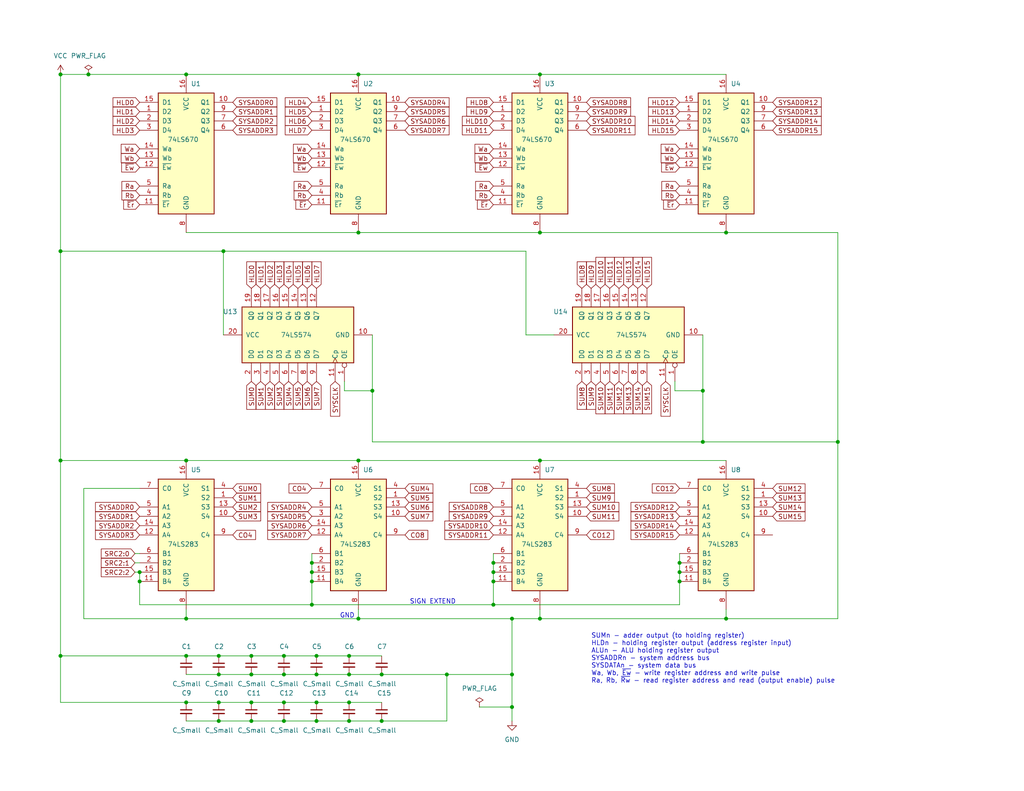
<source format=kicad_sch>
(kicad_sch (version 20230121) (generator eeschema)
  (paper "USLetter")
  (title_block (title "V503 Addressing Unit (Upper Half)"))
  (lib_symbols
    (symbol "74xx:74LS283" (pin_names (offset 1.016))
      (property "Reference" "U" (at -7.62 16.51 0))
      (property "Value" "74LS283" (at -7.62 -16.51 0))
      (symbol "74LS283_1_0"
        (pin output line (at 12.7 10.16 180) (length 5.08) (name "S2") (number "1"))
        (pin output line (at 12.7 5.08 180) (length 5.08) (name "S4") (number "10"))
        (pin input line (at -12.7 -12.7 0) (length 5.08) (name "B4") (number "11"))
        (pin input line (at -12.7 0 0) (length 5.08) (name "A4") (number "12"))
        (pin output line (at 12.7 7.62 180) (length 5.08) (name "S3") (number "13"))
        (pin input line (at -12.7 2.54 0) (length 5.08) (name "A3") (number "14"))
        (pin input line (at -12.7 -10.16 0) (length 5.08) (name "B3") (number "15"))
        (pin power_in line (at 0 20.32 270) (length 5.08) (name "VCC") (number "16"))
        (pin input line (at -12.7 -7.62 0) (length 5.08) (name "B2") (number "2"))
        (pin input line (at -12.7 5.08 0) (length 5.08) (name "A2") (number "3"))
        (pin output line (at 12.7 12.7 180) (length 5.08) (name "S1") (number "4"))
        (pin input line (at -12.7 7.62 0) (length 5.08) (name "A1") (number "5"))
        (pin input line (at -12.7 -5.08 0) (length 5.08) (name "B1") (number "6"))
        (pin input line (at -12.7 12.7 0) (length 5.08) (name "C0") (number "7"))
        (pin power_in line (at 0 -20.32 90) (length 5.08) (name "GND") (number "8"))
        (pin output line (at 12.7 0 180) (length 5.08) (name "C4") (number "9"))
      )
      (symbol "74LS283_1_1"
        (rectangle (start -7.62 15.24) (end 7.62 -15.24) (stroke (width 0.254)) (fill (type background)))
      )
    )
    (symbol "74xx:74LS574" (pin_names (offset 1.016))
      (property "Reference" "U" (at -7.62 16.51 0))
      (property "Value" "74LS574" (at -7.62 -16.51 0))
      (symbol "74LS574_1_0"
        (pin input inverted (at -12.7 -12.7 0) (length 5.08) (name "OE") (number "1"))
        (pin power_in line (at 0 -20.32 90) (length 5.08) (name "GND") (number "10"))
        (pin input clock (at -12.7 -10.16 0) (length 5.08) (name "Cp") (number "11"))
        (pin tri_state line (at 12.7 -5.08 180) (length 5.08) (name "Q7") (number "12"))
        (pin tri_state line (at 12.7 -2.54 180) (length 5.08) (name "Q6") (number "13"))
        (pin tri_state line (at 12.7 0 180) (length 5.08) (name "Q5") (number "14"))
        (pin tri_state line (at 12.7 2.54 180) (length 5.08) (name "Q4") (number "15"))
        (pin tri_state line (at 12.7 5.08 180) (length 5.08) (name "Q3") (number "16"))
        (pin tri_state line (at 12.7 7.62 180) (length 5.08) (name "Q2") (number "17"))
        (pin tri_state line (at 12.7 10.16 180) (length 5.08) (name "Q1") (number "18"))
        (pin tri_state line (at 12.7 12.7 180) (length 5.08) (name "Q0") (number "19"))
        (pin input line (at -12.7 12.7 0) (length 5.08) (name "D0") (number "2"))
        (pin power_in line (at 0 20.32 270) (length 5.08) (name "VCC") (number "20"))
        (pin input line (at -12.7 10.16 0) (length 5.08) (name "D1") (number "3"))
        (pin input line (at -12.7 7.62 0) (length 5.08) (name "D2") (number "4"))
        (pin input line (at -12.7 5.08 0) (length 5.08) (name "D3") (number "5"))
        (pin input line (at -12.7 2.54 0) (length 5.08) (name "D4") (number "6"))
        (pin input line (at -12.7 0 0) (length 5.08) (name "D5") (number "7"))
        (pin input line (at -12.7 -2.54 0) (length 5.08) (name "D6") (number "8"))
        (pin input line (at -12.7 -5.08 0) (length 5.08) (name "D7") (number "9"))
      )
      (symbol "74LS574_1_1"
        (rectangle (start -7.62 15.24) (end 7.62 -15.24) (stroke (width 0.254)) (fill (type background)))
      )
    )
    (symbol "74xx:74LS670" (pin_names (offset 1.016))
      (property "Reference" "U" (at -7.62 16.51 0))
      (property "Value" "74LS670" (at -7.62 -19.05 0))
      (symbol "74LS670_1_0"
        (pin input line (at -12.7 10.16 0) (length 5.08) (name "D2") (number "1"))
        (pin tri_state line (at 12.7 12.7 180) (length 5.08) (name "Q1") (number "10"))
        (pin input line (at -12.7 -15.24 0) (length 5.08) (name "~{Er}") (number "11"))
        (pin input line (at -12.7 -5.08 0) (length 5.08) (name "~{Ew}") (number "12"))
        (pin input line (at -12.7 -2.54 0) (length 5.08) (name "Wb") (number "13"))
        (pin input line (at -12.7 0 0) (length 5.08) (name "Wa") (number "14"))
        (pin input line (at -12.7 12.7 0) (length 5.08) (name "D1") (number "15"))
        (pin power_in line (at 0 20.32 270) (length 5.08) (name "VCC") (number "16"))
        (pin input line (at -12.7 7.62 0) (length 5.08) (name "D3") (number "2"))
        (pin input line (at -12.7 5.08 0) (length 5.08) (name "D4") (number "3"))
        (pin input line (at -12.7 -12.7 0) (length 5.08) (name "Rb") (number "4"))
        (pin input line (at -12.7 -10.16 0) (length 5.08) (name "Ra") (number "5"))
        (pin tri_state line (at 12.7 5.08 180) (length 5.08) (name "Q4") (number "6"))
        (pin tri_state line (at 12.7 7.62 180) (length 5.08) (name "Q3") (number "7"))
        (pin power_in line (at 0 -22.86 90) (length 5.08) (name "GND") (number "8"))
        (pin tri_state line (at 12.7 10.16 180) (length 5.08) (name "Q2") (number "9"))
      )
      (symbol "74LS670_1_1"
        (rectangle (start -7.62 15.24) (end 7.62 -17.78) (stroke (width 0.254)) (fill (type background)))
      )
    )
    (symbol "Device:C_Small" (pin_numbers hide) (pin_names (offset 0.254) hide)
      (property "Reference" "C" (at 0.254 1.778 0))
      (property "Value" "C_Small" (at 0.254 -2.032 0))
      (symbol "C_Small_0_1"
        (polyline (pts (xy -1.524 -0.508) (xy 1.524 -0.508)) (stroke (width 0.3302)))
        (polyline (pts (xy -1.524 0.508) (xy 1.524 0.508)) (stroke (width 0.3048)))
      )
      (symbol "C_Small_1_1"
        (pin passive line (at 0 2.54 270) (length 2.032) (name "~") (number "1"))
        (pin passive line (at 0 -2.54 90) (length 2.032) (name "~") (number "2"))
      )
    )
    (symbol "power:GND" (power) (pin_names (offset 0))
      (property "Value" "GND" (at 0 -3.81 0))
      (symbol "GND_0_1"
        (polyline (pts (xy 0 0) (xy 0 -1.27) (xy 1.27 -1.27) (xy 0 -2.54) (xy -1.27 -1.27) (xy 0 -1.27)))
      )
      (symbol "GND_1_1"
        (pin power_in line (at 0 0 270) (length 0) hide (name "GND") (number "1"))
      )
    )
    (symbol "power:PWR_FLAG" (power) (pin_numbers hide) (pin_names (offset 0) hide)
      (property "Value" "PWR_FLAG" (at 0 3.81 0))
      (symbol "PWR_FLAG_0_0"
        (pin power_out line (at 0 0 90) (length 0) (name "pwr") (number "1"))
      )
      (symbol "PWR_FLAG_0_1"
        (polyline (pts (xy 0 0) (xy 0 1.27) (xy -1.016 1.905) (xy 0 2.54) (xy 1.016 1.905) (xy 0 1.27)))
      )
    )
    (symbol "power:VCC" (power) (pin_names (offset 0))
      (property "Value" "VCC" (at 0 3.81 0))
      (symbol "VCC_0_1"
        (polyline (pts (xy -0.762 1.27) (xy 0 2.54)))
        (polyline (pts (xy 0 0) (xy 0 2.54)))
        (polyline (pts (xy 0 2.54) (xy 0.762 1.27)))
      )
      (symbol "VCC_1_1"
        (pin power_in line (at 0 0 90) (length 0) hide (name "VCC") (number "1"))
      )
    )
  )
  (junction (at 134.62 165.1))
  (junction (at 59.69 191.77))
  (junction (at 59.69 179.07))
  (junction (at 50.8 125.73))
  (junction (at 68.58 191.77))
  (junction (at 38.1 156.21))
  (junction (at 50.8 191.77))
  (junction (at 68.58 179.07))
  (junction (at 147.32 63.5))
  (junction (at 139.7 168.91))
  (junction (at 86.36 191.77))
  (junction (at 95.25 196.85))
  (junction (at 86.36 184.15))
  (junction (at 16.51 125.73))
  (junction (at 139.7 184.15))
  (junction (at 77.47 179.07))
  (junction (at 121.92 184.15))
  (junction (at 86.36 179.07))
  (junction (at 50.8 179.07))
  (junction (at 16.51 179.07))
  (junction (at 77.47 184.15))
  (junction (at 77.47 196.85))
  (junction (at 24.13 20.32))
  (junction (at 97.79 125.73))
  (junction (at 134.62 156.21))
  (junction (at 16.51 20.32))
  (junction (at 85.09 165.1))
  (junction (at 97.79 20.32))
  (junction (at 191.77 120.65))
  (junction (at 85.09 153.67))
  (junction (at 68.58 196.85))
  (junction (at 95.25 179.07))
  (junction (at 191.77 106.68))
  (junction (at 104.14 196.85))
  (junction (at 101.6 106.68))
  (junction (at 95.25 191.77))
  (junction (at 95.25 184.15))
  (junction (at 97.79 168.91))
  (junction (at 16.51 68.58))
  (junction (at 139.7 193.04))
  (junction (at 68.58 184.15))
  (junction (at 59.69 196.85))
  (junction (at 185.42 153.67))
  (junction (at 85.09 158.75))
  (junction (at 59.69 184.15))
  (junction (at 185.42 158.75))
  (junction (at 147.32 125.73))
  (junction (at 77.47 191.77))
  (junction (at 147.32 168.91))
  (junction (at 198.12 168.91))
  (junction (at 104.14 184.15))
  (junction (at 134.62 158.75))
  (junction (at 50.8 168.91))
  (junction (at 198.12 63.5))
  (junction (at 147.32 20.32))
  (junction (at 185.42 156.21))
  (junction (at 85.09 156.21))
  (junction (at 97.79 63.5))
  (junction (at 50.8 20.32))
  (junction (at 60.96 68.58))
  (junction (at 228.6 120.65))
  (junction (at 86.36 196.85))
  (junction (at 38.1 158.75))
  (junction (at 134.62 153.67))
  (wire (pts (xy 185.42 151.13) (xy 185.42 153.67)))
  (wire (pts (xy 77.47 184.15) (xy 86.36 184.15)))
  (wire (pts (xy 228.6 63.5) (xy 228.6 120.65)))
  (wire (pts (xy 38.1 133.35) (xy 22.86 133.35)))
  (wire (pts (xy 50.8 20.32) (xy 97.79 20.32)))
  (wire (pts (xy 59.69 184.15) (xy 68.58 184.15)))
  (wire (pts (xy 59.69 179.07) (xy 68.58 179.07)))
  (wire (pts (xy 97.79 166.37) (xy 97.79 168.91)))
  (wire (pts (xy 50.8 166.37) (xy 50.8 168.91)))
  (wire (pts (xy 68.58 179.07) (xy 77.47 179.07)))
  (wire (pts (xy 59.69 196.85) (xy 68.58 196.85)))
  (wire (pts (xy 50.8 179.07) (xy 59.69 179.07)))
  (wire (pts (xy 16.51 125.73) (xy 16.51 179.07)))
  (wire (pts (xy 38.1 156.21) (xy 38.1 158.75)))
  (wire (pts (xy 147.32 20.32) (xy 198.12 20.32)))
  (wire (pts (xy 191.77 91.44) (xy 191.77 106.68)))
  (wire (pts (xy 16.51 68.58) (xy 60.96 68.58)))
  (wire (pts (xy 60.96 68.58) (xy 60.96 91.44)))
  (wire (pts (xy 85.09 153.67) (xy 85.09 156.21)))
  (wire (pts (xy 97.79 63.5) (xy 147.32 63.5)))
  (wire (pts (xy 139.7 168.91) (xy 139.7 184.15)))
  (wire (pts (xy 36.83 156.21) (xy 38.1 156.21)))
  (wire (pts (xy 77.47 179.07) (xy 86.36 179.07)))
  (wire (pts (xy 185.42 156.21) (xy 185.42 158.75)))
  (wire (pts (xy 50.8 63.5) (xy 97.79 63.5)))
  (wire (pts (xy 95.25 184.15) (xy 104.14 184.15)))
  (wire (pts (xy 85.09 165.1) (xy 134.62 165.1)))
  (wire (pts (xy 101.6 106.68) (xy 101.6 120.65)))
  (wire (pts (xy 50.8 196.85) (xy 59.69 196.85)))
  (wire (pts (xy 93.98 106.68) (xy 101.6 106.68)))
  (wire (pts (xy 191.77 106.68) (xy 191.77 120.65)))
  (wire (pts (xy 50.8 168.91) (xy 97.79 168.91)))
  (wire (pts (xy 50.8 184.15) (xy 59.69 184.15)))
  (wire (pts (xy 139.7 184.15) (xy 139.7 193.04)))
  (wire (pts (xy 139.7 168.91) (xy 147.32 168.91)))
  (wire (pts (xy 85.09 151.13) (xy 85.09 153.67)))
  (wire (pts (xy 16.51 68.58) (xy 16.51 125.73)))
  (wire (pts (xy 184.15 106.68) (xy 191.77 106.68)))
  (wire (pts (xy 85.09 158.75) (xy 85.09 165.1)))
  (wire (pts (xy 228.6 120.65) (xy 228.6 168.91)))
  (wire (pts (xy 36.83 153.67) (xy 38.1 153.67)))
  (wire (pts (xy 86.36 179.07) (xy 95.25 179.07)))
  (wire (pts (xy 16.51 20.32) (xy 16.51 68.58)))
  (wire (pts (xy 134.62 151.13) (xy 134.62 153.67)))
  (wire (pts (xy 147.32 63.5) (xy 198.12 63.5)))
  (wire (pts (xy 139.7 193.04) (xy 139.7 196.85)))
  (wire (pts (xy 68.58 191.77) (xy 77.47 191.77)))
  (wire (pts (xy 97.79 168.91) (xy 139.7 168.91)))
  (wire (pts (xy 198.12 168.91) (xy 228.6 168.91)))
  (wire (pts (xy 130.81 193.04) (xy 139.7 193.04)))
  (wire (pts (xy 86.36 196.85) (xy 95.25 196.85)))
  (wire (pts (xy 24.13 20.32) (xy 50.8 20.32)))
  (wire (pts (xy 143.51 91.44) (xy 143.51 68.58)))
  (wire (pts (xy 93.98 104.14) (xy 93.98 106.68)))
  (wire (pts (xy 22.86 133.35) (xy 22.86 168.91)))
  (wire (pts (xy 147.32 166.37) (xy 147.32 168.91)))
  (wire (pts (xy 101.6 120.65) (xy 191.77 120.65)))
  (wire (pts (xy 134.62 153.67) (xy 134.62 156.21)))
  (wire (pts (xy 134.62 165.1) (xy 185.42 165.1)))
  (wire (pts (xy 16.51 191.77) (xy 50.8 191.77)))
  (wire (pts (xy 36.83 151.13) (xy 38.1 151.13)))
  (wire (pts (xy 191.77 120.65) (xy 228.6 120.65)))
  (wire (pts (xy 86.36 191.77) (xy 95.25 191.77)))
  (wire (pts (xy 38.1 165.1) (xy 85.09 165.1)))
  (wire (pts (xy 86.36 184.15) (xy 95.25 184.15)))
  (wire (pts (xy 22.86 168.91) (xy 50.8 168.91)))
  (wire (pts (xy 104.14 196.85) (xy 121.92 196.85)))
  (wire (pts (xy 16.51 179.07) (xy 50.8 179.07)))
  (wire (pts (xy 147.32 125.73) (xy 198.12 125.73)))
  (wire (pts (xy 104.14 184.15) (xy 121.92 184.15)))
  (wire (pts (xy 95.25 191.77) (xy 104.14 191.77)))
  (wire (pts (xy 77.47 196.85) (xy 86.36 196.85)))
  (wire (pts (xy 185.42 153.67) (xy 185.42 156.21)))
  (wire (pts (xy 50.8 191.77) (xy 59.69 191.77)))
  (wire (pts (xy 151.13 91.44) (xy 143.51 91.44)))
  (wire (pts (xy 95.25 179.07) (xy 104.14 179.07)))
  (wire (pts (xy 16.51 179.07) (xy 16.51 191.77)))
  (wire (pts (xy 95.25 196.85) (xy 104.14 196.85)))
  (wire (pts (xy 97.79 125.73) (xy 147.32 125.73)))
  (wire (pts (xy 77.47 191.77) (xy 86.36 191.77)))
  (wire (pts (xy 185.42 158.75) (xy 185.42 165.1)))
  (wire (pts (xy 16.51 20.32) (xy 24.13 20.32)))
  (wire (pts (xy 134.62 158.75) (xy 134.62 165.1)))
  (wire (pts (xy 38.1 158.75) (xy 38.1 165.1)))
  (wire (pts (xy 68.58 184.15) (xy 77.47 184.15)))
  (wire (pts (xy 101.6 91.44) (xy 101.6 106.68)))
  (wire (pts (xy 198.12 63.5) (xy 228.6 63.5)))
  (wire (pts (xy 59.69 191.77) (xy 68.58 191.77)))
  (wire (pts (xy 121.92 184.15) (xy 121.92 196.85)))
  (wire (pts (xy 50.8 125.73) (xy 97.79 125.73)))
  (wire (pts (xy 97.79 20.32) (xy 147.32 20.32)))
  (wire (pts (xy 184.15 104.14) (xy 184.15 106.68)))
  (wire (pts (xy 198.12 166.37) (xy 198.12 168.91)))
  (wire (pts (xy 143.51 68.58) (xy 60.96 68.58)))
  (wire (pts (xy 85.09 156.21) (xy 85.09 158.75)))
  (wire (pts (xy 121.92 184.15) (xy 139.7 184.15)))
  (wire (pts (xy 147.32 168.91) (xy 198.12 168.91)))
  (wire (pts (xy 134.62 156.21) (xy 134.62 158.75)))
  (wire (pts (xy 68.58 196.85) (xy 77.47 196.85)))
  (wire (pts (xy 16.51 125.73) (xy 50.8 125.73)))
  (text "SUMn - adder output (to holding register)\nHLDn - holding register output (address register input)\nALUn - ALU holding register output\nSYSADDRn - system address bus\nSYSDATAn - system data bus\nWa, Wb, ~{Ew} - write register address and write pulse\nRa, Rb, ~{Rw} - read register address and read (output enable) pulse" (at 161.29 186.69 0) (effects (font (size 1.27 1.27)) (justify left bottom)))
  (text "SIGN EXTEND" (at 111.76 165.1 0) (effects (font (size 1.27 1.27)) (justify left bottom)))
  (text "GND" (at 92.71 168.91 0) (effects (font (size 1.27 1.27)) (justify left bottom)))
  (global_label "SUM1" (shape input) (at 63.5 135.89 0) (property "Intersheetrefs" "${INTERSHEET_REFS}" (effects hide)))
  (global_label "Ra" (shape input) (at 38.1 50.8 180) (property "Intersheetrefs" "${INTERSHEET_REFS}" (effects hide)))
  (global_label "HLD13" (shape input) (at 185.42 30.48 180) (property "Intersheetrefs" "${INTERSHEET_REFS}" (effects hide)))
  (global_label "SYSADDR14" (shape input) (at 185.42 143.51 180) (property "Intersheetrefs" "${INTERSHEET_REFS}" (effects hide)))
  (global_label "HLD8" (shape input) (at 134.62 27.94 180) (property "Intersheetrefs" "${INTERSHEET_REFS}" (effects hide)))
  (global_label "SUM0" (shape input) (at 63.5 133.35 0) (property "Intersheetrefs" "${INTERSHEET_REFS}" (effects hide)))
  (global_label "HLD5" (shape input) (at 81.28 78.74 90) (property "Intersheetrefs" "${INTERSHEET_REFS}" (effects hide)))
  (global_label "SYSADDR13" (shape input) (at 185.42 140.97 180) (property "Intersheetrefs" "${INTERSHEET_REFS}" (effects hide)))
  (global_label "SYSADDR11" (shape input) (at 160.02 35.56 0) (property "Intersheetrefs" "${INTERSHEET_REFS}" (effects hide)))
  (global_label "Rb" (shape input) (at 134.62 53.34 180) (property "Intersheetrefs" "${INTERSHEET_REFS}" (effects hide)))
  (global_label "Wa" (shape input) (at 85.09 40.64 180) (property "Intersheetrefs" "${INTERSHEET_REFS}" (effects hide)))
  (global_label "Wa" (shape input) (at 185.42 40.64 180) (property "Intersheetrefs" "${INTERSHEET_REFS}" (effects hide)))
  (global_label "Wb" (shape input) (at 38.1 43.18 180) (property "Intersheetrefs" "${INTERSHEET_REFS}" (effects hide)))
  (global_label "CO4" (shape input) (at 63.5 146.05 0) (property "Intersheetrefs" "${INTERSHEET_REFS}" (effects hide)))
  (global_label "Wb" (shape input) (at 134.62 43.18 180) (property "Intersheetrefs" "${INTERSHEET_REFS}" (effects hide)))
  (global_label "SRC2:1" (shape input) (at 36.83 153.67 180) (property "Intersheetrefs" "${INTERSHEET_REFS}" (effects hide)))
  (global_label "SUM9" (shape input) (at 161.29 104.14 270) (property "Intersheetrefs" "${INTERSHEET_REFS}" (effects hide)))
  (global_label "SUM4" (shape input) (at 110.49 133.35 0) (property "Intersheetrefs" "${INTERSHEET_REFS}" (effects hide)))
  (global_label "SYSADDR15" (shape input) (at 210.82 35.56 0) (property "Intersheetrefs" "${INTERSHEET_REFS}" (effects hide)))
  (global_label "SYSADDR10" (shape input) (at 134.62 143.51 180) (property "Intersheetrefs" "${INTERSHEET_REFS}" (effects hide)))
  (global_label "CO8" (shape input) (at 134.62 133.35 180) (property "Intersheetrefs" "${INTERSHEET_REFS}" (effects hide)))
  (global_label "SUM9" (shape input) (at 160.02 135.89 0) (property "Intersheetrefs" "${INTERSHEET_REFS}" (effects hide)))
  (global_label "HLD2" (shape input) (at 73.66 78.74 90) (property "Intersheetrefs" "${INTERSHEET_REFS}" (effects hide)))
  (global_label "HLD11" (shape input) (at 134.62 35.56 180) (property "Intersheetrefs" "${INTERSHEET_REFS}" (effects hide)))
  (global_label "SUM13" (shape input) (at 210.82 135.89 0) (property "Intersheetrefs" "${INTERSHEET_REFS}" (effects hide)))
  (global_label "HLD1" (shape input) (at 71.12 78.74 90) (property "Intersheetrefs" "${INTERSHEET_REFS}" (effects hide)))
  (global_label "HLD6" (shape input) (at 83.82 78.74 90) (property "Intersheetrefs" "${INTERSHEET_REFS}" (effects hide)))
  (global_label "SYSADDR7" (shape input) (at 110.49 35.56 0) (property "Intersheetrefs" "${INTERSHEET_REFS}" (effects hide)))
  (global_label "SUM0" (shape input) (at 68.58 104.14 270) (property "Intersheetrefs" "${INTERSHEET_REFS}" (effects hide)))
  (global_label "HLD3" (shape input) (at 76.2 78.74 90) (property "Intersheetrefs" "${INTERSHEET_REFS}" (effects hide)))
  (global_label "SYSADDR12" (shape input) (at 185.42 138.43 180) (property "Intersheetrefs" "${INTERSHEET_REFS}" (effects hide)))
  (global_label "HLD6" (shape input) (at 85.09 33.02 180) (property "Intersheetrefs" "${INTERSHEET_REFS}" (effects hide)))
  (global_label "HLD10" (shape input) (at 134.62 33.02 180) (property "Intersheetrefs" "${INTERSHEET_REFS}" (effects hide)))
  (global_label "SYSADDR6" (shape input) (at 110.49 33.02 0) (property "Intersheetrefs" "${INTERSHEET_REFS}" (effects hide)))
  (global_label "SRC2:0" (shape input) (at 36.83 151.13 180) (property "Intersheetrefs" "${INTERSHEET_REFS}" (effects hide)))
  (global_label "SYSADDR1" (shape input) (at 38.1 140.97 180) (property "Intersheetrefs" "${INTERSHEET_REFS}" (effects hide)))
  (global_label "Rb" (shape input) (at 185.42 53.34 180) (property "Intersheetrefs" "${INTERSHEET_REFS}" (effects hide)))
  (global_label "SYSADDR12" (shape input) (at 210.82 27.94 0) (property "Intersheetrefs" "${INTERSHEET_REFS}" (effects hide)))
  (global_label "SUM7" (shape input) (at 86.36 104.14 270) (property "Intersheetrefs" "${INTERSHEET_REFS}" (effects hide)))
  (global_label "HLD2" (shape input) (at 38.1 33.02 180) (property "Intersheetrefs" "${INTERSHEET_REFS}" (effects hide)))
  (global_label "SUM13" (shape input) (at 171.45 104.14 270) (property "Intersheetrefs" "${INTERSHEET_REFS}" (effects hide)))
  (global_label "HLD0" (shape input) (at 38.1 27.94 180) (property "Intersheetrefs" "${INTERSHEET_REFS}" (effects hide)))
  (global_label "SYSADDR0" (shape input) (at 38.1 138.43 180) (property "Intersheetrefs" "${INTERSHEET_REFS}" (effects hide)))
  (global_label "~{Ew}" (shape input) (at 185.42 45.72 180) (property "Intersheetrefs" "${INTERSHEET_REFS}" (effects hide)))
  (global_label "SUM3" (shape input) (at 63.5 140.97 0) (property "Intersheetrefs" "${INTERSHEET_REFS}" (effects hide)))
  (global_label "SYSADDR4" (shape input) (at 85.09 138.43 180) (property "Intersheetrefs" "${INTERSHEET_REFS}" (effects hide)))
  (global_label "SUM2" (shape input) (at 73.66 104.14 270) (property "Intersheetrefs" "${INTERSHEET_REFS}" (effects hide)))
  (global_label "CO8" (shape input) (at 110.49 146.05 0) (property "Intersheetrefs" "${INTERSHEET_REFS}" (effects hide)))
  (global_label "SYSADDR6" (shape input) (at 85.09 143.51 180) (property "Intersheetrefs" "${INTERSHEET_REFS}" (effects hide)))
  (global_label "SYSCLK" (shape input) (at 91.44 104.14 270) (property "Intersheetrefs" "${INTERSHEET_REFS}" (effects hide)))
  (global_label "HLD0" (shape input) (at 68.58 78.74 90) (property "Intersheetrefs" "${INTERSHEET_REFS}" (effects hide)))
  (global_label "SYSADDR0" (shape input) (at 63.5 27.94 0) (property "Intersheetrefs" "${INTERSHEET_REFS}" (effects hide)))
  (global_label "SYSADDR4" (shape input) (at 110.49 27.94 0) (property "Intersheetrefs" "${INTERSHEET_REFS}" (effects hide)))
  (global_label "Rb" (shape input) (at 85.09 53.34 180) (property "Intersheetrefs" "${INTERSHEET_REFS}" (effects hide)))
  (global_label "SYSCLK" (shape input) (at 181.61 104.14 270) (property "Intersheetrefs" "${INTERSHEET_REFS}" (effects hide)))
  (global_label "SUM10" (shape input) (at 160.02 138.43 0) (property "Intersheetrefs" "${INTERSHEET_REFS}" (effects hide)))
  (global_label "~{Er}" (shape input) (at 85.09 55.88 180) (property "Intersheetrefs" "${INTERSHEET_REFS}" (effects hide)))
  (global_label "SYSADDR11" (shape input) (at 134.62 146.05 180) (property "Intersheetrefs" "${INTERSHEET_REFS}" (effects hide)))
  (global_label "SUM8" (shape input) (at 158.75 104.14 270) (property "Intersheetrefs" "${INTERSHEET_REFS}" (effects hide)))
  (global_label "SYSADDR1" (shape input) (at 63.5 30.48 0) (property "Intersheetrefs" "${INTERSHEET_REFS}" (effects hide)))
  (global_label "~{Ew}" (shape input) (at 38.1 45.72 180) (property "Intersheetrefs" "${INTERSHEET_REFS}" (effects hide)))
  (global_label "SYSADDR9" (shape input) (at 134.62 140.97 180) (property "Intersheetrefs" "${INTERSHEET_REFS}" (effects hide)))
  (global_label "SUM2" (shape input) (at 63.5 138.43 0) (property "Intersheetrefs" "${INTERSHEET_REFS}" (effects hide)))
  (global_label "HLD15" (shape input) (at 176.53 78.74 90) (property "Intersheetrefs" "${INTERSHEET_REFS}" (effects hide)))
  (global_label "SUM8" (shape input) (at 160.02 133.35 0) (property "Intersheetrefs" "${INTERSHEET_REFS}" (effects hide)))
  (global_label "HLD8" (shape input) (at 158.75 78.74 90) (property "Intersheetrefs" "${INTERSHEET_REFS}" (effects hide)))
  (global_label "SUM11" (shape input) (at 160.02 140.97 0) (property "Intersheetrefs" "${INTERSHEET_REFS}" (effects hide)))
  (global_label "SYSADDR3" (shape input) (at 63.5 35.56 0) (property "Intersheetrefs" "${INTERSHEET_REFS}" (effects hide)))
  (global_label "SYSADDR7" (shape input) (at 85.09 146.05 180) (property "Intersheetrefs" "${INTERSHEET_REFS}" (effects hide)))
  (global_label "SUM7" (shape input) (at 110.49 140.97 0) (property "Intersheetrefs" "${INTERSHEET_REFS}" (effects hide)))
  (global_label "SYSADDR2" (shape input) (at 63.5 33.02 0) (property "Intersheetrefs" "${INTERSHEET_REFS}" (effects hide)))
  (global_label "HLD14" (shape input) (at 173.99 78.74 90) (property "Intersheetrefs" "${INTERSHEET_REFS}" (effects hide)))
  (global_label "SYSADDR13" (shape input) (at 210.82 30.48 0) (property "Intersheetrefs" "${INTERSHEET_REFS}" (effects hide)))
  (global_label "Ra" (shape input) (at 134.62 50.8 180) (property "Intersheetrefs" "${INTERSHEET_REFS}" (effects hide)))
  (global_label "SYSADDR2" (shape input) (at 38.1 143.51 180) (property "Intersheetrefs" "${INTERSHEET_REFS}" (effects hide)))
  (global_label "~{Ew}" (shape input) (at 85.09 45.72 180) (property "Intersheetrefs" "${INTERSHEET_REFS}" (effects hide)))
  (global_label "SUM12" (shape input) (at 168.91 104.14 270) (property "Intersheetrefs" "${INTERSHEET_REFS}" (effects hide)))
  (global_label "HLD12" (shape input) (at 168.91 78.74 90) (property "Intersheetrefs" "${INTERSHEET_REFS}" (effects hide)))
  (global_label "SYSADDR5" (shape input) (at 85.09 140.97 180) (property "Intersheetrefs" "${INTERSHEET_REFS}" (effects hide)))
  (global_label "SUM6" (shape input) (at 110.49 138.43 0) (property "Intersheetrefs" "${INTERSHEET_REFS}" (effects hide)))
  (global_label "SUM5" (shape input) (at 110.49 135.89 0) (property "Intersheetrefs" "${INTERSHEET_REFS}" (effects hide)))
  (global_label "SYSADDR9" (shape input) (at 160.02 30.48 0) (property "Intersheetrefs" "${INTERSHEET_REFS}" (effects hide)))
  (global_label "SUM3" (shape input) (at 76.2 104.14 270) (property "Intersheetrefs" "${INTERSHEET_REFS}" (effects hide)))
  (global_label "Wb" (shape input) (at 185.42 43.18 180) (property "Intersheetrefs" "${INTERSHEET_REFS}" (effects hide)))
  (global_label "HLD10" (shape input) (at 163.83 78.74 90) (property "Intersheetrefs" "${INTERSHEET_REFS}" (effects hide)))
  (global_label "Wa" (shape input) (at 38.1 40.64 180) (property "Intersheetrefs" "${INTERSHEET_REFS}" (effects hide)))
  (global_label "Wb" (shape input) (at 85.09 43.18 180) (property "Intersheetrefs" "${INTERSHEET_REFS}" (effects hide)))
  (global_label "SUM11" (shape input) (at 166.37 104.14 270) (property "Intersheetrefs" "${INTERSHEET_REFS}" (effects hide)))
  (global_label "HLD7" (shape input) (at 85.09 35.56 180) (property "Intersheetrefs" "${INTERSHEET_REFS}" (effects hide)))
  (global_label "HLD5" (shape input) (at 85.09 30.48 180) (property "Intersheetrefs" "${INTERSHEET_REFS}" (effects hide)))
  (global_label "SYSADDR14" (shape input) (at 210.82 33.02 0) (property "Intersheetrefs" "${INTERSHEET_REFS}" (effects hide)))
  (global_label "SUM5" (shape input) (at 81.28 104.14 270) (property "Intersheetrefs" "${INTERSHEET_REFS}" (effects hide)))
  (global_label "SYSADDR8" (shape input) (at 160.02 27.94 0) (property "Intersheetrefs" "${INTERSHEET_REFS}" (effects hide)))
  (global_label "HLD9" (shape input) (at 134.62 30.48 180) (property "Intersheetrefs" "${INTERSHEET_REFS}" (effects hide)))
  (global_label "SUM15" (shape input) (at 210.82 140.97 0) (property "Intersheetrefs" "${INTERSHEET_REFS}" (effects hide)))
  (global_label "Wa" (shape input) (at 134.62 40.64 180) (property "Intersheetrefs" "${INTERSHEET_REFS}" (effects hide)))
  (global_label "CO12" (shape input) (at 185.42 133.35 180) (property "Intersheetrefs" "${INTERSHEET_REFS}" (effects hide)))
  (global_label "~{Er}" (shape input) (at 134.62 55.88 180) (property "Intersheetrefs" "${INTERSHEET_REFS}" (effects hide)))
  (global_label "HLD15" (shape input) (at 185.42 35.56 180) (property "Intersheetrefs" "${INTERSHEET_REFS}" (effects hide)))
  (global_label "HLD4" (shape input) (at 85.09 27.94 180) (property "Intersheetrefs" "${INTERSHEET_REFS}" (effects hide)))
  (global_label "~{Er}" (shape input) (at 185.42 55.88 180) (property "Intersheetrefs" "${INTERSHEET_REFS}" (effects hide)))
  (global_label "HLD4" (shape input) (at 78.74 78.74 90) (property "Intersheetrefs" "${INTERSHEET_REFS}" (effects hide)))
  (global_label "HLD3" (shape input) (at 38.1 35.56 180) (property "Intersheetrefs" "${INTERSHEET_REFS}" (effects hide)))
  (global_label "SYSADDR8" (shape input) (at 134.62 138.43 180) (property "Intersheetrefs" "${INTERSHEET_REFS}" (effects hide)))
  (global_label "CO12" (shape input) (at 160.02 146.05 0) (property "Intersheetrefs" "${INTERSHEET_REFS}" (effects hide)))
  (global_label "SUM15" (shape input) (at 176.53 104.14 270) (property "Intersheetrefs" "${INTERSHEET_REFS}" (effects hide)))
  (global_label "SRC2:2" (shape input) (at 36.83 156.21 180) (property "Intersheetrefs" "${INTERSHEET_REFS}" (effects hide)))
  (global_label "SUM14" (shape input) (at 210.82 138.43 0) (property "Intersheetrefs" "${INTERSHEET_REFS}" (effects hide)))
  (global_label "~{Ew}" (shape input) (at 134.62 45.72 180) (property "Intersheetrefs" "${INTERSHEET_REFS}" (effects hide)))
  (global_label "Ra" (shape input) (at 85.09 50.8 180) (property "Intersheetrefs" "${INTERSHEET_REFS}" (effects hide)))
  (global_label "SUM14" (shape input) (at 173.99 104.14 270) (property "Intersheetrefs" "${INTERSHEET_REFS}" (effects hide)))
  (global_label "~{Er}" (shape input) (at 38.1 55.88 180) (property "Intersheetrefs" "${INTERSHEET_REFS}" (effects hide)))
  (global_label "HLD11" (shape input) (at 166.37 78.74 90) (property "Intersheetrefs" "${INTERSHEET_REFS}" (effects hide)))
  (global_label "Ra" (shape input) (at 185.42 50.8 180) (property "Intersheetrefs" "${INTERSHEET_REFS}" (effects hide)))
  (global_label "HLD14" (shape input) (at 185.42 33.02 180) (property "Intersheetrefs" "${INTERSHEET_REFS}" (effects hide)))
  (global_label "SUM1" (shape input) (at 71.12 104.14 270) (property "Intersheetrefs" "${INTERSHEET_REFS}" (effects hide)))
  (global_label "SUM4" (shape input) (at 78.74 104.14 270) (property "Intersheetrefs" "${INTERSHEET_REFS}" (effects hide)))
  (global_label "SUM10" (shape input) (at 163.83 104.14 270) (property "Intersheetrefs" "${INTERSHEET_REFS}" (effects hide)))
  (global_label "SYSADDR3" (shape input) (at 38.1 146.05 180) (property "Intersheetrefs" "${INTERSHEET_REFS}" (effects hide)))
  (global_label "SYSADDR5" (shape input) (at 110.49 30.48 0) (property "Intersheetrefs" "${INTERSHEET_REFS}" (effects hide)))
  (global_label "SUM12" (shape input) (at 210.82 133.35 0) (property "Intersheetrefs" "${INTERSHEET_REFS}" (effects hide)))
  (global_label "HLD12" (shape input) (at 185.42 27.94 180) (property "Intersheetrefs" "${INTERSHEET_REFS}" (effects hide)))
  (global_label "Rb" (shape input) (at 38.1 53.34 180) (property "Intersheetrefs" "${INTERSHEET_REFS}" (effects hide)))
  (global_label "HLD9" (shape input) (at 161.29 78.74 90) (property "Intersheetrefs" "${INTERSHEET_REFS}" (effects hide)))
  (global_label "SYSADDR15" (shape input) (at 185.42 146.05 180) (property "Intersheetrefs" "${INTERSHEET_REFS}" (effects hide)))
  (global_label "HLD13" (shape input) (at 171.45 78.74 90) (property "Intersheetrefs" "${INTERSHEET_REFS}" (effects hide)))
  (global_label "HLD7" (shape input) (at 86.36 78.74 90) (property "Intersheetrefs" "${INTERSHEET_REFS}" (effects hide)))
  (global_label "HLD1" (shape input) (at 38.1 30.48 180) (property "Intersheetrefs" "${INTERSHEET_REFS}" (effects hide)))
  (global_label "CO4" (shape input) (at 85.09 133.35 180) (property "Intersheetrefs" "${INTERSHEET_REFS}" (effects hide)))
  (global_label "SUM6" (shape input) (at 83.82 104.14 270) (property "Intersheetrefs" "${INTERSHEET_REFS}" (effects hide)))
  (global_label "SYSADDR10" (shape input) (at 160.02 33.02 0) (property "Intersheetrefs" "${INTERSHEET_REFS}" (effects hide)))
  (symbol (lib_id "power:GND") (at 139.7 196.85 0) (unit 1)
    (property "Reference" "#PWR01" (effects hide))
    (property "Value" "GND" (at 139.7 201.93 0))
    (instances (project "V503" (path "" (reference "#PWR01") (unit 1)) (path "" (reference "#PWR02") (unit 1))))
  )
  (symbol (lib_id "Device:C_Small") (at 68.58 181.61 0) (unit 1)
    (property "Reference" "C3" (at 67.31 176.53 0) (effects (justify left)))
    (property "Value" "C_Small" (at 64.77 186.69 0) (effects (justify left)))
    (property "Footprint" "Capacitor_THT:C_Disc_D3.0mm_W2.0mm_P2.50mm" (effects hide))
    (instances (project "V503" (path "" (reference "C3") (unit 1)) (path "" (reference "C5") (unit 1))))
  )
  (symbol (lib_id "Device:C_Small") (at 77.47 194.31 0) (unit 1)
    (property "Reference" "C12" (at 76.2 189.23 0) (effects (justify left)))
    (property "Value" "C_Small" (at 73.66 199.39 0) (effects (justify left)))
    (property "Footprint" "Capacitor_THT:C_Disc_D3.0mm_W2.0mm_P2.50mm" (effects hide))
    (instances (project "V503" (path "" (reference "C12") (unit 1)) (path "" (reference "C8") (unit 1))))
  )
  (symbol (lib_id "Device:C_Small") (at 77.47 181.61 0) (unit 1)
    (property "Reference" "C4" (at 76.2 176.53 0) (effects (justify left)))
    (property "Value" "C_Small" (at 73.66 186.69 0) (effects (justify left)))
    (property "Footprint" "Capacitor_THT:C_Disc_D3.0mm_W2.0mm_P2.50mm" (effects hide))
    (instances (project "V503" (path "" (reference "C4") (unit 1)) (path "" (reference "C7") (unit 1))))
  )
  (symbol (lib_id "Device:C_Small") (at 59.69 194.31 0) (unit 1)
    (property "Reference" "C10" (at 58.42 189.23 0) (effects (justify left)))
    (property "Value" "C_Small" (at 55.88 199.39 0) (effects (justify left)))
    (property "Footprint" "Capacitor_THT:C_Disc_D3.0mm_W2.0mm_P2.50mm" (effects hide))
    (instances (project "V503" (path "" (reference "C10") (unit 1)) (path "" (reference "C4") (unit 1))))
  )
  (symbol (lib_id "74xx:74LS283") (at 50.8 146.05 0) (unit 1)
    (property "Reference" "U5" (at 52.07 128.27 0) (effects (justify left)))
    (property "Value" "74LS283" (at 45.72 148.59 0) (effects (justify left)))
    (property "Footprint" "Package_DIP:DIP-16_W7.62mm" (effects hide))
    (property "Datasheet" "http://www.ti.com/lit/gpn/sn74LS283" (effects hide))
    (instances (project "V503" (path "" (reference "U5") (unit 1)) (path "" (reference "U2") (unit 1))))
  )
  (symbol (lib_id "74xx:74LS283") (at 198.12 146.05 0) (unit 1)
    (property "Reference" "U8" (at 199.39 128.27 0) (effects (justify left)))
    (property "Value" "74LS283" (at 193.04 148.59 0) (effects (justify left)))
    (property "Footprint" "Package_DIP:DIP-16_W7.62mm" (effects hide))
    (property "Datasheet" "http://www.ti.com/lit/gpn/sn74LS283" (effects hide))
    (instances (project "V503" (path "" (reference "U8") (unit 1)) (path "" (reference "U10") (unit 1))))
  )
  (symbol (lib_id "Device:C_Small") (at 50.8 194.31 0) (unit 1)
    (property "Reference" "C9" (at 49.53 189.23 0) (effects (justify left)))
    (property "Value" "C_Small" (at 46.99 199.39 0) (effects (justify left)))
    (property "Footprint" "Capacitor_THT:C_Disc_D3.0mm_W2.0mm_P2.50mm" (effects hide))
    (instances (project "V503" (path "" (reference "C9") (unit 1)) (path "" (reference "C2") (unit 1))))
  )
  (symbol (lib_id "74xx:74LS283") (at 147.32 146.05 0) (unit 1)
    (property "Reference" "U7" (at 148.59 128.27 0) (effects (justify left)))
    (property "Value" "74LS283" (at 142.24 148.59 0) (effects (justify left)))
    (property "Footprint" "Package_DIP:DIP-16_W7.62mm" (effects hide))
    (property "Datasheet" "http://www.ti.com/lit/gpn/sn74LS283" (effects hide))
    (instances (project "V503" (path "" (reference "U7") (unit 1)) (path "" (reference "U8") (unit 1))))
  )
  (symbol (lib_id "74xx:74LS574") (at 171.45 91.44 90) (unit 1)
    (property "Reference" "U14" (at 154.94 85.09 90) (effects (justify left)))
    (property "Value" "74LS574" (at 176.53 91.44 90) (effects (justify left)))
    (property "Footprint" "Package_DIP:DIP-20_W7.62mm" (effects hide))
    (property "Datasheet" "http://www.ti.com/lit/gpn/sn74LS574" (effects hide))
    (instances (project "V503" (path "" (reference "U14") (unit 1)) (path "" (reference "U6") (unit 1))))
  )
  (symbol (lib_id "74xx:74LS670") (at 198.12 40.64 0) (unit 1)
    (property "Reference" "U4" (at 199.39 22.86 0) (effects (justify left)))
    (property "Value" "74LS670" (at 193.04 38.1 0) (effects (justify left)))
    (property "Footprint" "Package_DIP:DIP-16_W7.62mm" (effects hide))
    (property "Datasheet" "http://www.ti.com/lit/gpn/sn74LS670" (effects hide))
    (instances (project "V503" (path "" (reference "U4") (unit 1)) (path "" (reference "U9") (unit 1))))
  )
  (symbol (lib_id "Device:C_Small") (at 50.8 181.61 0) (unit 1)
    (property "Reference" "C1" (at 49.53 176.53 0) (effects (justify left)))
    (property "Value" "C_Small" (at 46.99 186.69 0) (effects (justify left)))
    (property "Footprint" "Capacitor_THT:C_Disc_D3.0mm_W2.0mm_P2.50mm" (effects hide))
  )
  (symbol (lib_id "74xx:74LS670") (at 147.32 40.64 0) (unit 1)
    (property "Reference" "U3" (at 148.59 22.86 0) (effects (justify left)))
    (property "Value" "74LS670" (at 142.24 38.1 0) (effects (justify left)))
    (property "Footprint" "Package_DIP:DIP-16_W7.62mm" (effects hide))
    (property "Datasheet" "http://www.ti.com/lit/gpn/sn74LS670" (effects hide))
    (instances (project "V503" (path "" (reference "U3") (unit 1)) (path "" (reference "U7") (unit 1))))
  )
  (symbol (lib_id "74xx:74LS283") (at 97.79 146.05 0) (unit 1)
    (property "Reference" "U6" (at 99.06 128.27 0) (effects (justify left)))
    (property "Value" "74LS283" (at 92.71 148.59 0) (effects (justify left)))
    (property "Footprint" "Package_DIP:DIP-16_W7.62mm" (effects hide))
    (property "Datasheet" "http://www.ti.com/lit/gpn/sn74LS283" (effects hide))
    (instances (project "V503" (path "" (reference "U6") (unit 1)) (path "" (reference "U5") (unit 1))))
  )
  (symbol (lib_id "power:PWR_FLAG") (at 24.13 20.32 0) (unit 1)
    (property "Reference" "#FLG01" (effects hide))
    (property "Value" "PWR_FLAG" (at 24.13 15.24 0))
  )
  (symbol (lib_id "74xx:74LS670") (at 97.79 40.64 0) (unit 1)
    (property "Reference" "U2" (at 99.06 22.86 0) (effects (justify left)))
    (property "Value" "74LS670" (at 92.71 38.1 0) (effects (justify left)))
    (property "Footprint" "Package_DIP:DIP-16_W7.62mm" (effects hide))
    (property "Datasheet" "http://www.ti.com/lit/gpn/sn74LS670" (effects hide))
    (instances (project "V503" (path "" (reference "U2") (unit 1)) (path "" (reference "U4") (unit 1))))
  )
  (symbol (lib_id "power:PWR_FLAG") (at 130.81 193.04 0) (unit 1)
    (property "Reference" "#FLG01" (effects hide))
    (property "Value" "PWR_FLAG" (at 130.81 187.96 0))
    (instances (project "V503" (path "" (reference "#FLG01") (unit 1)) (path "" (reference "#FLG02") (unit 1)) (path "" (reference "#FLG02") (unit 1))))
  )
  (symbol (lib_id "Device:C_Small") (at 104.14 194.31 0) (unit 1)
    (property "Reference" "C15" (at 102.87 189.23 0) (effects (justify left)))
    (property "Value" "C_Small" (at 100.33 199.39 0) (effects (justify left)))
    (property "Footprint" "Capacitor_THT:C_Disc_D3.0mm_W2.0mm_P2.50mm" (effects hide))
    (instances (project "V503" (path "" (reference "C15") (unit 1)) (path "" (reference "C14") (unit 1))))
  )
  (symbol (lib_id "Device:C_Small") (at 59.69 181.61 0) (unit 1)
    (property "Reference" "C2" (at 58.42 176.53 0) (effects (justify left)))
    (property "Value" "C_Small" (at 55.88 186.69 0) (effects (justify left)))
    (property "Footprint" "Capacitor_THT:C_Disc_D3.0mm_W2.0mm_P2.50mm" (effects hide))
    (instances (project "V503" (path "" (reference "C2") (unit 1)) (path "" (reference "C3") (unit 1))))
  )
  (symbol (lib_id "Device:C_Small") (at 95.25 181.61 0) (unit 1)
    (property "Reference" "C6" (at 93.98 176.53 0) (effects (justify left)))
    (property "Value" "C_Small" (at 91.44 186.69 0) (effects (justify left)))
    (property "Footprint" "Capacitor_THT:C_Disc_D3.0mm_W2.0mm_P2.50mm" (effects hide))
    (instances (project "V503" (path "" (reference "C6") (unit 1)) (path "" (reference "C11") (unit 1))))
  )
  (symbol (lib_id "power:VCC") (at 16.51 20.32 0) (unit 1)
    (property "Reference" "#PWR03" (effects hide))
    (property "Value" "VCC" (at 16.51 15.24 0))
    (instances (project "V503" (path "" (reference "#PWR03") (unit 1)) (path "" (reference "#PWR01") (unit 1))))
  )
  (symbol (lib_id "Device:C_Small") (at 95.25 194.31 0) (unit 1)
    (property "Reference" "C14" (at 93.98 189.23 0) (effects (justify left)))
    (property "Value" "C_Small" (at 91.44 199.39 0) (effects (justify left)))
    (property "Footprint" "Capacitor_THT:C_Disc_D3.0mm_W2.0mm_P2.50mm" (effects hide))
    (instances (project "V503" (path "" (reference "C14") (unit 1)) (path "" (reference "C12") (unit 1))))
  )
  (symbol (lib_id "74xx:74LS670") (at 50.8 40.64 0) (unit 1)
    (property "Reference" "U1" (at 52.07 22.86 0) (effects (justify left)))
    (property "Value" "74LS670" (at 45.72 38.1 0) (effects (justify left)))
    (property "Footprint" "Package_DIP:DIP-16_W7.62mm" (effects hide))
    (property "Datasheet" "http://www.ti.com/lit/gpn/sn74LS670" (effects hide))
  )
  (symbol (lib_id "Device:C_Small") (at 68.58 194.31 0) (unit 1)
    (property "Reference" "C11" (at 67.31 189.23 0) (effects (justify left)))
    (property "Value" "C_Small" (at 64.77 199.39 0) (effects (justify left)))
    (property "Footprint" "Capacitor_THT:C_Disc_D3.0mm_W2.0mm_P2.50mm" (effects hide))
    (instances (project "V503" (path "" (reference "C11") (unit 1)) (path "" (reference "C6") (unit 1))))
  )
  (symbol (lib_id "74xx:74LS574") (at 81.28 91.44 90) (unit 1)
    (property "Reference" "U13" (at 64.77 85.09 90) (effects (justify left)))
    (property "Value" "74LS574" (at 85.09 91.44 90) (effects (justify left)))
    (property "Footprint" "Package_DIP:DIP-20_W7.62mm" (effects hide))
    (property "Datasheet" "http://www.ti.com/lit/gpn/sn74LS574" (effects hide))
    (instances (project "V503" (path "" (reference "U13") (unit 1)) (path "" (reference "U3") (unit 1))))
  )
  (symbol (lib_id "Device:C_Small") (at 104.14 181.61 0) (unit 1)
    (property "Reference" "C7" (at 102.87 176.53 0) (effects (justify left)))
    (property "Value" "C_Small" (at 100.33 186.69 0) (effects (justify left)))
    (property "Footprint" "Capacitor_THT:C_Disc_D3.0mm_W2.0mm_P2.50mm" (effects hide))
    (instances (project "V503" (path "" (reference "C7") (unit 1)) (path "" (reference "C13") (unit 1))))
  )
  (symbol (lib_id "Device:C_Small") (at 86.36 194.31 0) (unit 1)
    (property "Reference" "C13" (at 85.09 189.23 0) (effects (justify left)))
    (property "Value" "C_Small" (at 82.55 199.39 0) (effects (justify left)))
    (property "Footprint" "Capacitor_THT:C_Disc_D3.0mm_W2.0mm_P2.50mm" (effects hide))
    (instances (project "V503" (path "" (reference "C13") (unit 1)) (path "" (reference "C10") (unit 1))))
  )
  (symbol (lib_id "Device:C_Small") (at 86.36 181.61 0) (unit 1)
    (property "Reference" "C5" (at 85.09 176.53 0) (effects (justify left)))
    (property "Value" "C_Small" (at 82.55 186.69 0) (effects (justify left)))
    (property "Footprint" "Capacitor_THT:C_Disc_D3.0mm_W2.0mm_P2.50mm" (effects hide))
    (instances (project "V503" (path "" (reference "C5") (unit 1)) (path "" (reference "C9") (unit 1))))
  )
)
</source>
